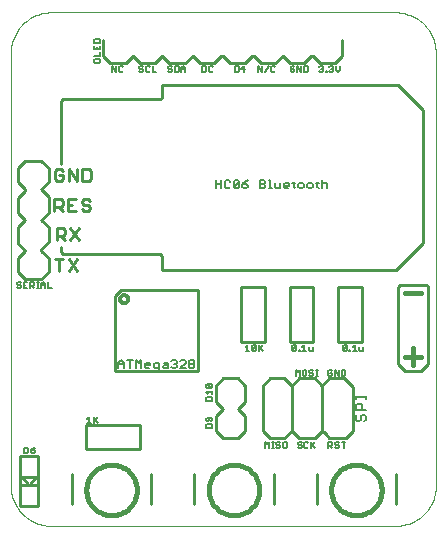
<source format=gto>
G75*
G70*
%OFA0B0*%
%FSLAX24Y24*%
%IPPOS*%
%LPD*%
%AMOC8*
5,1,8,0,0,1.08239X$1,22.5*
%
%ADD10C,0.0090*%
%ADD11C,0.0050*%
%ADD12C,0.0170*%
%ADD13C,0.0010*%
%ADD14C,0.0120*%
%ADD15C,0.0030*%
%ADD16C,0.0160*%
%ADD17C,0.0100*%
%ADD18C,0.0070*%
D10*
X004000Y009412D02*
X004000Y009822D01*
X003863Y009822D02*
X004137Y009822D01*
X004323Y009822D02*
X004597Y009412D01*
X004323Y009412D02*
X004597Y009822D01*
X004657Y010462D02*
X004383Y010872D01*
X004197Y010804D02*
X004197Y010667D01*
X004128Y010599D01*
X003923Y010599D01*
X004060Y010599D02*
X004197Y010462D01*
X004383Y010462D02*
X004657Y010872D01*
X004197Y010804D02*
X004128Y010872D01*
X003923Y010872D01*
X003923Y010462D01*
X003853Y011432D02*
X003853Y011842D01*
X004058Y011842D01*
X004127Y011774D01*
X004127Y011637D01*
X004058Y011569D01*
X003853Y011569D01*
X003990Y011569D02*
X004127Y011432D01*
X004313Y011432D02*
X004587Y011432D01*
X004774Y011500D02*
X004842Y011432D01*
X004979Y011432D01*
X005047Y011500D01*
X005047Y011569D01*
X004979Y011637D01*
X004842Y011637D01*
X004774Y011706D01*
X004774Y011774D01*
X004842Y011842D01*
X004979Y011842D01*
X005047Y011774D01*
X004587Y011842D02*
X004313Y011842D01*
X004313Y011432D01*
X004313Y011637D02*
X004450Y011637D01*
X004323Y012412D02*
X004323Y012822D01*
X004597Y012412D01*
X004597Y012822D01*
X004784Y012822D02*
X004989Y012822D01*
X005057Y012754D01*
X005057Y012480D01*
X004989Y012412D01*
X004784Y012412D01*
X004784Y012822D01*
X004137Y012754D02*
X004068Y012822D01*
X003931Y012822D01*
X003863Y012754D01*
X003863Y012480D01*
X003931Y012412D01*
X004068Y012412D01*
X004137Y012480D01*
X004137Y012617D01*
X004000Y012617D01*
D11*
X003634Y009062D02*
X003634Y008872D01*
X003761Y008872D01*
X003540Y008872D02*
X003540Y008999D01*
X003477Y009062D01*
X003413Y008999D01*
X003413Y008872D01*
X003329Y008872D02*
X003266Y008872D01*
X003298Y008872D02*
X003298Y009062D01*
X003329Y009062D02*
X003266Y009062D01*
X003172Y009030D02*
X003172Y008967D01*
X003140Y008935D01*
X003045Y008935D01*
X003045Y008872D02*
X003045Y009062D01*
X003140Y009062D01*
X003172Y009030D01*
X003108Y008935D02*
X003172Y008872D01*
X002951Y008872D02*
X002824Y008872D01*
X002824Y009062D01*
X002951Y009062D01*
X002887Y008967D02*
X002824Y008967D01*
X002730Y008935D02*
X002730Y008904D01*
X002698Y008872D01*
X002635Y008872D01*
X002603Y008904D01*
X002635Y008967D02*
X002698Y008967D01*
X002730Y008935D01*
X002730Y009030D02*
X002698Y009062D01*
X002635Y009062D01*
X002603Y009030D01*
X002603Y008999D01*
X002635Y008967D01*
X003413Y008967D02*
X003540Y008967D01*
X006071Y006462D02*
X006161Y006372D01*
X006161Y006192D01*
X006161Y006327D02*
X005981Y006327D01*
X005981Y006372D02*
X006071Y006462D01*
X005981Y006372D02*
X005981Y006192D01*
X006276Y006462D02*
X006456Y006462D01*
X006366Y006462D02*
X006366Y006192D01*
X006570Y006192D02*
X006570Y006462D01*
X006661Y006372D01*
X006751Y006462D01*
X006751Y006192D01*
X006865Y006237D02*
X006865Y006327D01*
X006910Y006372D01*
X007000Y006372D01*
X007045Y006327D01*
X007045Y006282D01*
X006865Y006282D01*
X006865Y006237D02*
X006910Y006192D01*
X007000Y006192D01*
X007160Y006237D02*
X007160Y006327D01*
X007205Y006372D01*
X007340Y006372D01*
X007340Y006147D01*
X007295Y006102D01*
X007250Y006102D01*
X007205Y006192D02*
X007340Y006192D01*
X007454Y006237D02*
X007499Y006282D01*
X007635Y006282D01*
X007635Y006327D02*
X007635Y006192D01*
X007499Y006192D01*
X007454Y006237D01*
X007499Y006372D02*
X007590Y006372D01*
X007635Y006327D01*
X007749Y006237D02*
X007794Y006192D01*
X007884Y006192D01*
X007929Y006237D01*
X007929Y006282D01*
X007884Y006327D01*
X007839Y006327D01*
X007884Y006327D02*
X007929Y006372D01*
X007929Y006417D01*
X007884Y006462D01*
X007794Y006462D01*
X007749Y006417D01*
X008044Y006417D02*
X008089Y006462D01*
X008179Y006462D01*
X008224Y006417D01*
X008224Y006372D01*
X008044Y006192D01*
X008224Y006192D01*
X008338Y006237D02*
X008338Y006282D01*
X008383Y006327D01*
X008473Y006327D01*
X008518Y006282D01*
X008518Y006237D01*
X008473Y006192D01*
X008383Y006192D01*
X008338Y006237D01*
X008383Y006327D02*
X008338Y006372D01*
X008338Y006417D01*
X008383Y006462D01*
X008473Y006462D01*
X008518Y006417D01*
X008518Y006372D01*
X008473Y006327D01*
X008935Y005661D02*
X009061Y005534D01*
X009093Y005566D01*
X009093Y005629D01*
X009061Y005661D01*
X008935Y005661D01*
X008903Y005629D01*
X008903Y005566D01*
X008935Y005534D01*
X009061Y005534D01*
X009093Y005440D02*
X009093Y005313D01*
X009093Y005376D02*
X008903Y005376D01*
X008966Y005313D01*
X008935Y005219D02*
X008903Y005187D01*
X008903Y005092D01*
X009093Y005092D01*
X009093Y005187D01*
X009061Y005219D01*
X008935Y005219D01*
X008935Y004540D02*
X008903Y004508D01*
X008903Y004445D01*
X008935Y004413D01*
X008966Y004413D01*
X008998Y004445D01*
X008998Y004540D01*
X009061Y004540D02*
X008935Y004540D01*
X009061Y004540D02*
X009093Y004508D01*
X009093Y004445D01*
X009061Y004413D01*
X009061Y004319D02*
X008935Y004319D01*
X008903Y004287D01*
X008903Y004192D01*
X009093Y004192D01*
X009093Y004287D01*
X009061Y004319D01*
X010883Y003722D02*
X010946Y003659D01*
X011010Y003722D01*
X011010Y003532D01*
X011104Y003532D02*
X011167Y003532D01*
X011136Y003532D02*
X011136Y003722D01*
X011167Y003722D02*
X011104Y003722D01*
X011251Y003690D02*
X011251Y003659D01*
X011283Y003627D01*
X011346Y003627D01*
X011378Y003595D01*
X011378Y003564D01*
X011346Y003532D01*
X011283Y003532D01*
X011251Y003564D01*
X011251Y003690D02*
X011283Y003722D01*
X011346Y003722D01*
X011378Y003690D01*
X011472Y003690D02*
X011504Y003722D01*
X011567Y003722D01*
X011599Y003690D01*
X011599Y003564D01*
X011567Y003532D01*
X011504Y003532D01*
X011472Y003564D01*
X011472Y003690D01*
X011963Y003690D02*
X011963Y003659D01*
X011995Y003627D01*
X012058Y003627D01*
X012090Y003595D01*
X012090Y003564D01*
X012058Y003532D01*
X011995Y003532D01*
X011963Y003564D01*
X011963Y003690D02*
X011995Y003722D01*
X012058Y003722D01*
X012090Y003690D01*
X012184Y003690D02*
X012184Y003564D01*
X012216Y003532D01*
X012279Y003532D01*
X012311Y003564D01*
X012405Y003595D02*
X012532Y003722D01*
X012405Y003722D02*
X012405Y003532D01*
X012437Y003627D02*
X012532Y003532D01*
X012311Y003690D02*
X012279Y003722D01*
X012216Y003722D01*
X012184Y003690D01*
X012983Y003722D02*
X012983Y003532D01*
X012983Y003595D02*
X013078Y003595D01*
X013110Y003627D01*
X013110Y003690D01*
X013078Y003722D01*
X012983Y003722D01*
X013046Y003595D02*
X013110Y003532D01*
X013204Y003564D02*
X013236Y003532D01*
X013299Y003532D01*
X013331Y003564D01*
X013331Y003595D01*
X013299Y003627D01*
X013236Y003627D01*
X013204Y003659D01*
X013204Y003690D01*
X013236Y003722D01*
X013299Y003722D01*
X013331Y003690D01*
X013425Y003722D02*
X013552Y003722D01*
X013488Y003722D02*
X013488Y003532D01*
X013422Y005932D02*
X013517Y005932D01*
X013549Y005964D01*
X013549Y006090D01*
X013517Y006122D01*
X013422Y006122D01*
X013422Y005932D01*
X013328Y005932D02*
X013328Y006122D01*
X013201Y006122D02*
X013201Y005932D01*
X013107Y005964D02*
X013075Y005932D01*
X013012Y005932D01*
X012980Y005964D01*
X012980Y006090D01*
X013012Y006122D01*
X013075Y006122D01*
X013107Y006090D01*
X013107Y006027D02*
X013043Y006027D01*
X013107Y006027D02*
X013107Y005964D01*
X013201Y006122D02*
X013328Y005932D01*
X012629Y005932D02*
X012566Y005932D01*
X012598Y005932D02*
X012598Y006122D01*
X012629Y006122D02*
X012566Y006122D01*
X012472Y006090D02*
X012440Y006122D01*
X012377Y006122D01*
X012345Y006090D01*
X012345Y006059D01*
X012377Y006027D01*
X012440Y006027D01*
X012472Y005995D01*
X012472Y005964D01*
X012440Y005932D01*
X012377Y005932D01*
X012345Y005964D01*
X012251Y005964D02*
X012251Y006090D01*
X012219Y006122D01*
X012156Y006122D01*
X012124Y006090D01*
X012124Y005964D01*
X012156Y005932D01*
X012219Y005932D01*
X012251Y005964D01*
X012030Y005932D02*
X012030Y006122D01*
X011966Y006059D01*
X011903Y006122D01*
X011903Y005932D01*
X011878Y006772D02*
X011815Y006772D01*
X011783Y006804D01*
X011910Y006930D01*
X011910Y006804D01*
X011878Y006772D01*
X011783Y006804D02*
X011783Y006930D01*
X011815Y006962D01*
X011878Y006962D01*
X011910Y006930D01*
X012004Y006804D02*
X012036Y006804D01*
X012036Y006772D01*
X012004Y006772D01*
X012004Y006804D01*
X012114Y006772D02*
X012241Y006772D01*
X012178Y006772D02*
X012178Y006962D01*
X012114Y006899D01*
X012335Y006899D02*
X012335Y006804D01*
X012367Y006772D01*
X012462Y006772D01*
X012462Y006899D01*
X013463Y006930D02*
X013463Y006804D01*
X013590Y006930D01*
X013590Y006804D01*
X013558Y006772D01*
X013495Y006772D01*
X013463Y006804D01*
X013463Y006930D02*
X013495Y006962D01*
X013558Y006962D01*
X013590Y006930D01*
X013684Y006804D02*
X013716Y006804D01*
X013716Y006772D01*
X013684Y006772D01*
X013684Y006804D01*
X013794Y006772D02*
X013921Y006772D01*
X013858Y006772D02*
X013858Y006962D01*
X013794Y006899D01*
X014015Y006899D02*
X014015Y006804D01*
X014047Y006772D01*
X014142Y006772D01*
X014142Y006899D01*
X010792Y006962D02*
X010665Y006835D01*
X010697Y006867D02*
X010792Y006772D01*
X010665Y006772D02*
X010665Y006962D01*
X010571Y006930D02*
X010444Y006804D01*
X010476Y006772D01*
X010539Y006772D01*
X010571Y006804D01*
X010571Y006930D01*
X010539Y006962D01*
X010476Y006962D01*
X010444Y006930D01*
X010444Y006804D01*
X010350Y006772D02*
X010223Y006772D01*
X010286Y006772D02*
X010286Y006962D01*
X010223Y006899D01*
X007205Y006192D02*
X007160Y006237D01*
X005291Y004562D02*
X005164Y004435D01*
X005196Y004467D02*
X005291Y004372D01*
X005164Y004372D02*
X005164Y004562D01*
X005006Y004562D02*
X005006Y004372D01*
X004943Y004372D02*
X005070Y004372D01*
X004943Y004499D02*
X005006Y004562D01*
X003191Y003542D02*
X003127Y003510D01*
X003064Y003447D01*
X003159Y003447D01*
X003191Y003415D01*
X003191Y003384D01*
X003159Y003352D01*
X003096Y003352D01*
X003064Y003384D01*
X003064Y003447D01*
X002970Y003384D02*
X002970Y003510D01*
X002938Y003542D01*
X002843Y003542D01*
X002843Y003352D01*
X002938Y003352D01*
X002970Y003384D01*
X010883Y003532D02*
X010883Y003722D01*
X010841Y012182D02*
X010706Y012182D01*
X010706Y012452D01*
X010841Y012452D01*
X010886Y012407D01*
X010886Y012362D01*
X010841Y012317D01*
X010706Y012317D01*
X010841Y012317D02*
X010886Y012272D01*
X010886Y012227D01*
X010841Y012182D01*
X011000Y012182D02*
X011091Y012182D01*
X011045Y012182D02*
X011045Y012452D01*
X011000Y012452D01*
X011197Y012362D02*
X011197Y012227D01*
X011242Y012182D01*
X011377Y012182D01*
X011377Y012362D01*
X011492Y012317D02*
X011492Y012227D01*
X011537Y012182D01*
X011627Y012182D01*
X011672Y012272D02*
X011492Y012272D01*
X011492Y012317D02*
X011537Y012362D01*
X011627Y012362D01*
X011672Y012317D01*
X011672Y012272D01*
X011786Y012362D02*
X011876Y012362D01*
X011831Y012407D02*
X011831Y012227D01*
X011876Y012182D01*
X011983Y012227D02*
X012028Y012182D01*
X012118Y012182D01*
X012163Y012227D01*
X012163Y012317D01*
X012118Y012362D01*
X012028Y012362D01*
X011983Y012317D01*
X011983Y012227D01*
X012277Y012227D02*
X012322Y012182D01*
X012412Y012182D01*
X012457Y012227D01*
X012457Y012317D01*
X012412Y012362D01*
X012322Y012362D01*
X012277Y012317D01*
X012277Y012227D01*
X012572Y012362D02*
X012662Y012362D01*
X012617Y012407D02*
X012617Y012227D01*
X012662Y012182D01*
X012768Y012182D02*
X012768Y012452D01*
X012813Y012362D02*
X012903Y012362D01*
X012948Y012317D01*
X012948Y012182D01*
X012768Y012317D02*
X012813Y012362D01*
X010297Y012272D02*
X010297Y012227D01*
X010252Y012182D01*
X010162Y012182D01*
X010116Y012227D01*
X010116Y012317D01*
X010252Y012317D01*
X010297Y012272D01*
X010207Y012407D02*
X010116Y012317D01*
X010207Y012407D02*
X010297Y012452D01*
X010002Y012407D02*
X009822Y012227D01*
X009867Y012182D01*
X009957Y012182D01*
X010002Y012227D01*
X010002Y012407D01*
X009957Y012452D01*
X009867Y012452D01*
X009822Y012407D01*
X009822Y012227D01*
X009707Y012227D02*
X009662Y012182D01*
X009572Y012182D01*
X009527Y012227D01*
X009527Y012407D01*
X009572Y012452D01*
X009662Y012452D01*
X009707Y012407D01*
X009413Y012452D02*
X009413Y012182D01*
X009413Y012317D02*
X009233Y012317D01*
X009233Y012182D02*
X009233Y012452D01*
X009099Y016072D02*
X009131Y016104D01*
X009099Y016072D02*
X009036Y016072D01*
X009004Y016104D01*
X009004Y016230D01*
X009036Y016262D01*
X009099Y016262D01*
X009131Y016230D01*
X008910Y016230D02*
X008910Y016104D01*
X008878Y016072D01*
X008783Y016072D01*
X008783Y016262D01*
X008878Y016262D01*
X008910Y016230D01*
X008212Y016199D02*
X008212Y016072D01*
X008212Y016167D02*
X008085Y016167D01*
X008085Y016199D02*
X008148Y016262D01*
X008212Y016199D01*
X008085Y016199D02*
X008085Y016072D01*
X007991Y016104D02*
X007991Y016230D01*
X007959Y016262D01*
X007864Y016262D01*
X007864Y016072D01*
X007959Y016072D01*
X007991Y016104D01*
X007770Y016104D02*
X007738Y016072D01*
X007675Y016072D01*
X007643Y016104D01*
X007675Y016167D02*
X007738Y016167D01*
X007770Y016135D01*
X007770Y016104D01*
X007675Y016167D02*
X007643Y016199D01*
X007643Y016230D01*
X007675Y016262D01*
X007738Y016262D01*
X007770Y016230D01*
X007252Y016072D02*
X007125Y016072D01*
X007125Y016262D01*
X007031Y016230D02*
X006999Y016262D01*
X006936Y016262D01*
X006904Y016230D01*
X006904Y016104D01*
X006936Y016072D01*
X006999Y016072D01*
X007031Y016104D01*
X006810Y016104D02*
X006778Y016072D01*
X006715Y016072D01*
X006683Y016104D01*
X006715Y016167D02*
X006778Y016167D01*
X006810Y016135D01*
X006810Y016104D01*
X006715Y016167D02*
X006683Y016199D01*
X006683Y016230D01*
X006715Y016262D01*
X006778Y016262D01*
X006810Y016230D01*
X006131Y016230D02*
X006099Y016262D01*
X006036Y016262D01*
X006004Y016230D01*
X006004Y016104D01*
X006036Y016072D01*
X006099Y016072D01*
X006131Y016104D01*
X005910Y016072D02*
X005910Y016262D01*
X005783Y016262D02*
X005783Y016072D01*
X005910Y016072D02*
X005783Y016262D01*
X005373Y016404D02*
X005373Y016467D01*
X005341Y016499D01*
X005215Y016499D01*
X005183Y016467D01*
X005183Y016404D01*
X005215Y016372D01*
X005341Y016372D01*
X005373Y016404D01*
X005373Y016593D02*
X005183Y016593D01*
X005373Y016593D02*
X005373Y016720D01*
X005373Y016814D02*
X005373Y016941D01*
X005373Y017035D02*
X005373Y017130D01*
X005341Y017162D01*
X005215Y017162D01*
X005183Y017130D01*
X005183Y017035D01*
X005373Y017035D01*
X005278Y016877D02*
X005278Y016814D01*
X005183Y016814D02*
X005373Y016814D01*
X005183Y016814D02*
X005183Y016941D01*
X009863Y016262D02*
X009863Y016072D01*
X009958Y016072D01*
X009990Y016104D01*
X009990Y016230D01*
X009958Y016262D01*
X009863Y016262D01*
X010084Y016167D02*
X010211Y016167D01*
X010179Y016072D02*
X010179Y016262D01*
X010084Y016167D01*
X010643Y016072D02*
X010643Y016262D01*
X010770Y016072D01*
X010770Y016262D01*
X010864Y016072D02*
X010991Y016262D01*
X011085Y016230D02*
X011085Y016104D01*
X011117Y016072D01*
X011180Y016072D01*
X011212Y016104D01*
X011212Y016230D02*
X011180Y016262D01*
X011117Y016262D01*
X011085Y016230D01*
X011723Y016230D02*
X011723Y016104D01*
X011755Y016072D01*
X011818Y016072D01*
X011850Y016104D01*
X011850Y016167D01*
X011786Y016167D01*
X011723Y016230D02*
X011755Y016262D01*
X011818Y016262D01*
X011850Y016230D01*
X011944Y016262D02*
X012071Y016072D01*
X012071Y016262D01*
X012165Y016262D02*
X012260Y016262D01*
X012292Y016230D01*
X012292Y016104D01*
X012260Y016072D01*
X012165Y016072D01*
X012165Y016262D01*
X011944Y016262D02*
X011944Y016072D01*
X012683Y016104D02*
X012715Y016072D01*
X012778Y016072D01*
X012810Y016104D01*
X012810Y016135D01*
X012778Y016167D01*
X012746Y016167D01*
X012778Y016167D02*
X012810Y016199D01*
X012810Y016230D01*
X012778Y016262D01*
X012715Y016262D01*
X012683Y016230D01*
X012904Y016104D02*
X012936Y016104D01*
X012936Y016072D01*
X012904Y016072D01*
X012904Y016104D01*
X013014Y016104D02*
X013046Y016072D01*
X013110Y016072D01*
X013141Y016104D01*
X013141Y016135D01*
X013110Y016167D01*
X013078Y016167D01*
X013110Y016167D02*
X013141Y016199D01*
X013141Y016230D01*
X013110Y016262D01*
X013046Y016262D01*
X013014Y016230D01*
X013235Y016262D02*
X013235Y016135D01*
X013299Y016072D01*
X013362Y016135D01*
X013362Y016262D01*
D12*
X015523Y008687D02*
X016077Y008687D01*
X015800Y006844D02*
X015800Y006290D01*
X015523Y006567D02*
X016077Y006567D01*
D13*
X002398Y002257D02*
X002398Y016647D01*
X002398Y016637D02*
X002397Y016710D01*
X002400Y016782D01*
X002406Y016854D01*
X002416Y016926D01*
X002430Y016997D01*
X002448Y017067D01*
X002470Y017136D01*
X002495Y017204D01*
X002524Y017270D01*
X002556Y017335D01*
X002592Y017398D01*
X002632Y017459D01*
X002674Y017517D01*
X002719Y017574D01*
X002768Y017628D01*
X002819Y017679D01*
X002873Y017727D01*
X002930Y017772D01*
X002988Y017815D01*
X003049Y017854D01*
X003112Y017889D01*
X003177Y017922D01*
X003244Y017950D01*
X003312Y017975D01*
X003381Y017997D01*
X003451Y018015D01*
X003522Y018028D01*
X003594Y018038D01*
X003666Y018045D01*
X003738Y018047D01*
X015158Y018047D01*
X015152Y018046D02*
X015225Y018047D01*
X015297Y018044D01*
X015369Y018038D01*
X015441Y018028D01*
X015512Y018014D01*
X015582Y017996D01*
X015651Y017974D01*
X015719Y017949D01*
X015785Y017920D01*
X015850Y017888D01*
X015913Y017852D01*
X015974Y017812D01*
X016032Y017770D01*
X016089Y017725D01*
X016143Y017676D01*
X016194Y017625D01*
X016242Y017571D01*
X016287Y017514D01*
X016330Y017456D01*
X016369Y017395D01*
X016404Y017332D01*
X016437Y017267D01*
X016465Y017200D01*
X016490Y017132D01*
X016512Y017063D01*
X016530Y016993D01*
X016543Y016922D01*
X016553Y016850D01*
X016560Y016778D01*
X016562Y016706D01*
X016568Y016697D02*
X016568Y002337D01*
X016569Y002264D01*
X016566Y002192D01*
X016560Y002120D01*
X016550Y002048D01*
X016536Y001977D01*
X016518Y001907D01*
X016496Y001838D01*
X016471Y001770D01*
X016442Y001704D01*
X016410Y001639D01*
X016374Y001576D01*
X016334Y001515D01*
X016292Y001457D01*
X016247Y001400D01*
X016198Y001346D01*
X016147Y001295D01*
X016093Y001247D01*
X016036Y001202D01*
X015978Y001159D01*
X015917Y001120D01*
X015854Y001085D01*
X015789Y001052D01*
X015722Y001024D01*
X015654Y000999D01*
X015585Y000977D01*
X015515Y000959D01*
X015444Y000946D01*
X015372Y000936D01*
X015300Y000929D01*
X015228Y000927D01*
X003808Y000927D01*
X003808Y000928D02*
X003735Y000926D01*
X003663Y000928D01*
X003592Y000934D01*
X003520Y000944D01*
X003449Y000958D01*
X003379Y000976D01*
X003310Y000997D01*
X003243Y001022D01*
X003176Y001050D01*
X003112Y001083D01*
X003049Y001118D01*
X002988Y001157D01*
X002930Y001199D01*
X002873Y001244D01*
X002819Y001292D01*
X002768Y001343D01*
X002720Y001397D01*
X002675Y001453D01*
X002632Y001511D01*
X002593Y001572D01*
X002557Y001634D01*
X002525Y001699D01*
X002496Y001765D01*
X002471Y001832D01*
X002449Y001901D01*
X002431Y001971D01*
X002417Y002042D01*
X002407Y002113D01*
X002401Y002185D01*
X002398Y002257D01*
D14*
X006044Y008487D02*
X006046Y008510D01*
X006052Y008532D01*
X006061Y008552D01*
X006074Y008571D01*
X006089Y008588D01*
X006108Y008601D01*
X006128Y008611D01*
X006150Y008618D01*
X006172Y008621D01*
X006195Y008620D01*
X006217Y008615D01*
X006238Y008607D01*
X006258Y008595D01*
X006275Y008580D01*
X006289Y008562D01*
X006300Y008542D01*
X006308Y008521D01*
X006312Y008498D01*
X006312Y008476D01*
X006308Y008453D01*
X006300Y008432D01*
X006289Y008412D01*
X006275Y008394D01*
X006258Y008379D01*
X006238Y008367D01*
X006217Y008359D01*
X006195Y008354D01*
X006172Y008353D01*
X006150Y008356D01*
X006128Y008363D01*
X006108Y008373D01*
X006089Y008386D01*
X006074Y008403D01*
X006061Y008422D01*
X006052Y008442D01*
X006046Y008464D01*
X006044Y008487D01*
D15*
X005878Y008607D02*
X006058Y008787D01*
D16*
X004916Y002127D02*
X004918Y002184D01*
X004924Y002242D01*
X004934Y002298D01*
X004947Y002354D01*
X004965Y002409D01*
X004986Y002462D01*
X005010Y002514D01*
X005039Y002564D01*
X005070Y002613D01*
X005105Y002658D01*
X005143Y002702D01*
X005183Y002742D01*
X005227Y002780D01*
X005272Y002815D01*
X005321Y002846D01*
X005371Y002875D01*
X005423Y002899D01*
X005476Y002920D01*
X005531Y002938D01*
X005587Y002951D01*
X005643Y002961D01*
X005701Y002967D01*
X005758Y002969D01*
X005815Y002967D01*
X005873Y002961D01*
X005929Y002951D01*
X005985Y002938D01*
X006040Y002920D01*
X006093Y002899D01*
X006145Y002875D01*
X006195Y002846D01*
X006244Y002815D01*
X006289Y002780D01*
X006333Y002742D01*
X006373Y002702D01*
X006411Y002658D01*
X006446Y002613D01*
X006477Y002564D01*
X006506Y002514D01*
X006530Y002462D01*
X006551Y002409D01*
X006569Y002354D01*
X006582Y002298D01*
X006592Y002242D01*
X006598Y002184D01*
X006600Y002127D01*
X006598Y002070D01*
X006592Y002012D01*
X006582Y001956D01*
X006569Y001900D01*
X006551Y001845D01*
X006530Y001792D01*
X006506Y001740D01*
X006477Y001690D01*
X006446Y001641D01*
X006411Y001596D01*
X006373Y001552D01*
X006333Y001512D01*
X006289Y001474D01*
X006244Y001439D01*
X006195Y001408D01*
X006145Y001379D01*
X006093Y001355D01*
X006040Y001334D01*
X005985Y001316D01*
X005929Y001303D01*
X005873Y001293D01*
X005815Y001287D01*
X005758Y001285D01*
X005701Y001287D01*
X005643Y001293D01*
X005587Y001303D01*
X005531Y001316D01*
X005476Y001334D01*
X005423Y001355D01*
X005371Y001379D01*
X005321Y001408D01*
X005272Y001439D01*
X005227Y001474D01*
X005183Y001512D01*
X005143Y001552D01*
X005105Y001596D01*
X005070Y001641D01*
X005039Y001690D01*
X005010Y001740D01*
X004986Y001792D01*
X004965Y001845D01*
X004947Y001900D01*
X004934Y001956D01*
X004924Y002012D01*
X004918Y002070D01*
X004916Y002127D01*
X008996Y002127D02*
X008998Y002184D01*
X009004Y002242D01*
X009014Y002298D01*
X009027Y002354D01*
X009045Y002409D01*
X009066Y002462D01*
X009090Y002514D01*
X009119Y002564D01*
X009150Y002613D01*
X009185Y002658D01*
X009223Y002702D01*
X009263Y002742D01*
X009307Y002780D01*
X009352Y002815D01*
X009401Y002846D01*
X009451Y002875D01*
X009503Y002899D01*
X009556Y002920D01*
X009611Y002938D01*
X009667Y002951D01*
X009723Y002961D01*
X009781Y002967D01*
X009838Y002969D01*
X009895Y002967D01*
X009953Y002961D01*
X010009Y002951D01*
X010065Y002938D01*
X010120Y002920D01*
X010173Y002899D01*
X010225Y002875D01*
X010275Y002846D01*
X010324Y002815D01*
X010369Y002780D01*
X010413Y002742D01*
X010453Y002702D01*
X010491Y002658D01*
X010526Y002613D01*
X010557Y002564D01*
X010586Y002514D01*
X010610Y002462D01*
X010631Y002409D01*
X010649Y002354D01*
X010662Y002298D01*
X010672Y002242D01*
X010678Y002184D01*
X010680Y002127D01*
X010678Y002070D01*
X010672Y002012D01*
X010662Y001956D01*
X010649Y001900D01*
X010631Y001845D01*
X010610Y001792D01*
X010586Y001740D01*
X010557Y001690D01*
X010526Y001641D01*
X010491Y001596D01*
X010453Y001552D01*
X010413Y001512D01*
X010369Y001474D01*
X010324Y001439D01*
X010275Y001408D01*
X010225Y001379D01*
X010173Y001355D01*
X010120Y001334D01*
X010065Y001316D01*
X010009Y001303D01*
X009953Y001293D01*
X009895Y001287D01*
X009838Y001285D01*
X009781Y001287D01*
X009723Y001293D01*
X009667Y001303D01*
X009611Y001316D01*
X009556Y001334D01*
X009503Y001355D01*
X009451Y001379D01*
X009401Y001408D01*
X009352Y001439D01*
X009307Y001474D01*
X009263Y001512D01*
X009223Y001552D01*
X009185Y001596D01*
X009150Y001641D01*
X009119Y001690D01*
X009090Y001740D01*
X009066Y001792D01*
X009045Y001845D01*
X009027Y001900D01*
X009014Y001956D01*
X009004Y002012D01*
X008998Y002070D01*
X008996Y002127D01*
X013076Y002127D02*
X013078Y002184D01*
X013084Y002242D01*
X013094Y002298D01*
X013107Y002354D01*
X013125Y002409D01*
X013146Y002462D01*
X013170Y002514D01*
X013199Y002564D01*
X013230Y002613D01*
X013265Y002658D01*
X013303Y002702D01*
X013343Y002742D01*
X013387Y002780D01*
X013432Y002815D01*
X013481Y002846D01*
X013531Y002875D01*
X013583Y002899D01*
X013636Y002920D01*
X013691Y002938D01*
X013747Y002951D01*
X013803Y002961D01*
X013861Y002967D01*
X013918Y002969D01*
X013975Y002967D01*
X014033Y002961D01*
X014089Y002951D01*
X014145Y002938D01*
X014200Y002920D01*
X014253Y002899D01*
X014305Y002875D01*
X014355Y002846D01*
X014404Y002815D01*
X014449Y002780D01*
X014493Y002742D01*
X014533Y002702D01*
X014571Y002658D01*
X014606Y002613D01*
X014637Y002564D01*
X014666Y002514D01*
X014690Y002462D01*
X014711Y002409D01*
X014729Y002354D01*
X014742Y002298D01*
X014752Y002242D01*
X014758Y002184D01*
X014760Y002127D01*
X014758Y002070D01*
X014752Y002012D01*
X014742Y001956D01*
X014729Y001900D01*
X014711Y001845D01*
X014690Y001792D01*
X014666Y001740D01*
X014637Y001690D01*
X014606Y001641D01*
X014571Y001596D01*
X014533Y001552D01*
X014493Y001512D01*
X014449Y001474D01*
X014404Y001439D01*
X014355Y001408D01*
X014305Y001379D01*
X014253Y001355D01*
X014200Y001334D01*
X014145Y001316D01*
X014089Y001303D01*
X014033Y001293D01*
X013975Y001287D01*
X013918Y001285D01*
X013861Y001287D01*
X013803Y001293D01*
X013747Y001303D01*
X013691Y001316D01*
X013636Y001334D01*
X013583Y001355D01*
X013531Y001379D01*
X013481Y001408D01*
X013432Y001439D01*
X013387Y001474D01*
X013343Y001512D01*
X013303Y001552D01*
X013265Y001596D01*
X013230Y001641D01*
X013199Y001690D01*
X013170Y001740D01*
X013146Y001792D01*
X013125Y001845D01*
X013107Y001900D01*
X013094Y001956D01*
X013084Y002012D01*
X013078Y002070D01*
X013076Y002127D01*
D17*
X012598Y001647D02*
X012598Y002667D01*
X012538Y003867D02*
X011998Y003867D01*
X011818Y004047D01*
X011758Y004047D01*
X011758Y004107D02*
X011518Y003867D01*
X011038Y003867D01*
X010798Y004107D01*
X010798Y005607D01*
X011038Y005847D01*
X011518Y005847D01*
X011758Y005607D01*
X011758Y004107D01*
X012538Y003867D02*
X012778Y004107D01*
X012778Y005607D01*
X012538Y005847D01*
X011998Y005847D01*
X011758Y005607D01*
X012778Y005607D02*
X013018Y005847D01*
X013498Y005847D01*
X013798Y005547D01*
X013798Y004107D01*
X013558Y003867D01*
X013018Y003867D01*
X012898Y003987D01*
X012838Y004047D01*
X012778Y004107D01*
X011158Y002667D02*
X011158Y001647D01*
X009958Y003867D02*
X009478Y003867D01*
X009238Y004107D01*
X009238Y004587D01*
X009478Y004827D01*
X009238Y005067D01*
X009238Y005607D01*
X009478Y005847D01*
X009958Y005847D01*
X010198Y005607D01*
X010198Y005067D01*
X009958Y004827D01*
X010198Y004587D01*
X010198Y004107D01*
X009958Y003867D01*
X008518Y002667D02*
X008518Y001647D01*
X007078Y001647D02*
X007078Y002667D01*
X006718Y003507D02*
X006718Y004287D01*
X004918Y004287D01*
X004918Y003507D01*
X004978Y003507D01*
X005278Y003507D01*
X006718Y003507D01*
X004438Y002667D02*
X004438Y001647D01*
X003298Y001587D02*
X003298Y003267D01*
X002698Y003267D01*
X002698Y001587D01*
X002758Y001587D01*
X002818Y001587D01*
X003298Y001587D01*
X003298Y002307D02*
X002698Y002307D01*
X002758Y002547D02*
X003238Y002547D01*
X003178Y002487D01*
X003058Y002367D01*
X002938Y002367D02*
X002758Y002547D01*
X005878Y006087D02*
X005878Y008607D01*
X006058Y008787D01*
X008638Y008787D01*
X008638Y006087D01*
X005878Y006087D01*
X003418Y009147D02*
X002878Y009147D01*
X002638Y009387D01*
X002638Y009867D01*
X002878Y010107D01*
X002638Y010347D01*
X002638Y010887D01*
X002878Y011127D01*
X002638Y011367D01*
X002638Y011847D01*
X002878Y012087D01*
X002878Y012147D01*
X002638Y012387D01*
X002638Y012867D01*
X002878Y013107D01*
X003418Y013107D01*
X003658Y012867D01*
X003658Y012387D01*
X003418Y012147D01*
X003658Y011907D01*
X003658Y011367D01*
X003418Y011127D01*
X003658Y010887D01*
X003658Y010407D01*
X003418Y010167D01*
X003418Y010107D01*
X003658Y009867D01*
X003658Y009387D01*
X003418Y009147D01*
X004138Y009987D02*
X007378Y009987D01*
X007438Y009927D01*
X007438Y009447D01*
X015238Y009447D01*
X016138Y010347D01*
X016138Y014787D01*
X015298Y015627D01*
X007438Y015627D01*
X007438Y015207D01*
X007378Y015147D01*
X004138Y015147D01*
X004078Y015087D01*
X004078Y012987D01*
X004078Y010227D02*
X004078Y010047D01*
X004138Y009987D01*
X010078Y008907D02*
X010858Y008907D01*
X010858Y007047D01*
X010078Y007047D01*
X010078Y008847D01*
X011698Y008907D02*
X011698Y007047D01*
X012478Y007047D01*
X012478Y008907D01*
X011698Y008907D01*
X013318Y008907D02*
X013318Y008847D01*
X013318Y008787D01*
X013318Y007047D01*
X014098Y007047D01*
X014098Y008907D01*
X013318Y008907D01*
X015298Y008907D02*
X015298Y006327D01*
X015538Y006087D01*
X016078Y006087D01*
X016318Y006327D01*
X016318Y008907D01*
X016258Y008967D01*
X015358Y008967D01*
X015298Y008907D01*
X015238Y002667D02*
X015238Y001647D01*
X013198Y016347D02*
X012718Y016347D01*
X012478Y016587D01*
X012418Y016587D01*
X012178Y016347D01*
X011698Y016347D01*
X011458Y016587D01*
X011218Y016347D01*
X010738Y016347D01*
X010498Y016587D01*
X010438Y016587D01*
X010198Y016347D01*
X009718Y016347D01*
X009478Y016587D01*
X009418Y016587D01*
X009178Y016347D01*
X008698Y016347D01*
X008458Y016587D01*
X008218Y016347D01*
X007678Y016347D01*
X007438Y016587D01*
X007198Y016347D01*
X006718Y016347D01*
X006478Y016587D01*
X006238Y016347D01*
X005698Y016347D01*
X005458Y016587D01*
X005458Y017127D01*
X013198Y016347D02*
X013438Y016587D01*
X013438Y017127D01*
D18*
X013893Y005267D02*
X013893Y005156D01*
X013893Y005211D02*
X014223Y005211D01*
X014223Y005156D02*
X014223Y005267D01*
X014058Y005008D02*
X014113Y004953D01*
X014113Y004788D01*
X014223Y004788D02*
X013893Y004788D01*
X013893Y004953D01*
X013948Y005008D01*
X014058Y005008D01*
X014113Y004640D02*
X014058Y004585D01*
X014058Y004475D01*
X014003Y004420D01*
X013948Y004420D01*
X013893Y004475D01*
X013893Y004585D01*
X013948Y004640D01*
X014113Y004640D02*
X014168Y004640D01*
X014223Y004585D01*
X014223Y004475D01*
X014168Y004420D01*
M02*

</source>
